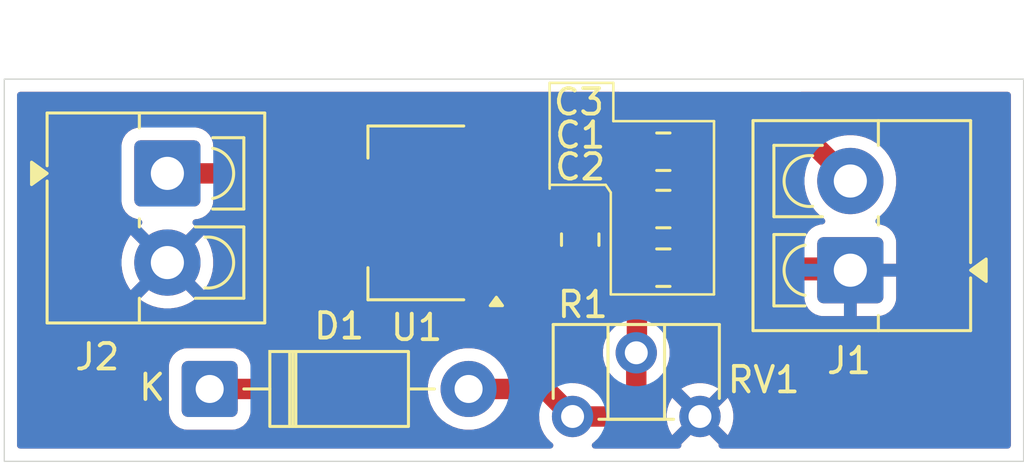
<source format=kicad_pcb>
(kicad_pcb (version 20241229) (generator "pcbnew") (generator_version "9.0")
  (layers (0 "F.Cu" signal) (2 "B.Cu" signal) (13 "F.Paste" user) (15 "B.Paste" user) (5 "F.SilkS" user "F.Silkscreen") (7 "B.SilkS" user "B.Silkscreen") (1 "F.Mask" user) (3 "B.Mask" user) (25 "Edge.Cuts" user))
  (net 0 "")
  (net 1 "GND")
  (net 2 "Net-(D1-A)")
  (net 3 "/OUT")
  (net 4 "/IN")
  (footprint "Potentiometer_THT:Potentiometer_ACP_CA6-H2,5_Horizontal" (layer "F.Cu") (at 164.9 116.54 90)
    (property "Reference" "RV1" (at 1.44 7.5 0) (layer "F.SilkS"))
    (property "Value" "5k")
    (fp_line (start 3.61 -0.76) (end 3.61 5.76) (stroke (width 0.12)) (layer "F.SilkS"))
    (fp_line (start 0.71 -0.76) (end 3.61 -0.76) (stroke (width 0.12)) (layer "F.SilkS"))
    (fp_line (start 3.61 1.39) (end 3.61 3.61) (stroke (width 0.12)) (layer "F.SilkS"))
    (fp_line (start -0.11 1.39) (end 3.61 1.39) (stroke (width 0.12)) (layer "F.SilkS"))
    (fp_line (start 3.61 3.61) (end -0.11 3.61) (stroke (width 0.12)) (layer "F.SilkS"))
    (fp_line (start -0.11 3.61) (end -0.11 1.39) (stroke (width 0.12)) (layer "F.SilkS"))
    (fp_line (start -0.11 3.966) (end -0.11 1.034) (stroke (width 0.12)) (layer "F.SilkS"))
    (fp_line (start 3.61 5.76) (end 0.71 5.76) (stroke (width 0.12)) (layer "F.SilkS"))
    (pad "1" thru_hole circle (at 0 0 90) (size 1.62 1.62) (drill 0.9) (layers "*.Cu" "*.Mask") (net 2 "Net-(D1-A)"))
    (pad "2" thru_hole circle (at 2.5 2.5 90) (size 1.62 1.62) (drill 0.9) (layers "*.Cu" "*.Mask") (net 2 "Net-(D1-A)"))
    (pad "3" thru_hole circle (at 0 5 90) (size 1.62 1.62) (drill 0.9) (layers "*.Cu" "*.Mask") (net 1 "GND"))
  )
  (footprint "Capacitor_SMD:C_0805_2012Metric_Pad1.18x1.45mm_HandSolder" (layer "F.Cu") (at 168.4625 110.7)
    (property "Reference" "C2" (at -3.2625 -3.95 0) (layer "F.SilkS"))
    (property "Value" "10uF")
    (fp_line (start -0.261252 -0.735) (end 0.261252 -0.735) (stroke (width 0.12)) (layer "F.SilkS"))
    (fp_line (start -0.261252 0.735) (end 0.261252 0.735) (stroke (width 0.12)) (layer "F.SilkS"))
    (pad "1" smd roundrect (at -1.0375 0) (size 1.175 1.45) (layers "F.Cu" "F.Mask" "F.Paste") (roundrect_rratio 0.212766) (net 2 "Net-(D1-A)"))
    (pad "2" smd roundrect (at 1.0375 0) (size 1.175 1.45) (layers "F.Cu" "F.Mask" "F.Paste") (roundrect_rratio 0.212766) (net 1 "GND"))
  )
  (footprint "TerminalBlock_4Ucon:TerminalBlock_4Ucon_1x02_P3.50mm_Vertical" (layer "F.Cu") (at 175.8 110.8 90)
    (property "Reference" "J1" (at -3.55 -0.05 180) (layer "F.SilkS"))
    (property "Value" "Screw_Terminal_01x02")
    (fp_line (start 5.87 -3.82) (end 5.87 4.72) (stroke (width 0.12)) (layer "F.SilkS"))
    (fp_line (start -2.37 -3.82) (end 5.87 -3.82) (stroke (width 0.12)) (layer "F.SilkS"))
    (fp_line (start 4.9 -3) (end 4.9 -1.099) (stroke (width 0.12)) (layer "F.SilkS"))
    (fp_line (start 2.1 -3) (end 4.9 -3) (stroke (width 0.12)) (layer "F.SilkS"))
    (fp_line (start 1.4 -3) (end 1.4 -1.78) (stroke (width 0.12)) (layer "F.SilkS"))
    (fp_line (start -1.4 -3) (end 1.4 -3) (stroke (width 0.12)) (layer "F.SilkS"))
    (fp_line (start -1.4 -1.78) (end -1.4 -3) (stroke (width 0.12)) (layer "F.SilkS"))
    (fp_line (start 2.1 -1.099) (end 2.1 -3) (stroke (width 0.12)) (layer "F.SilkS"))
    (fp_line (start 4.899 1.1) (end 5.87 1.1) (stroke (width 0.12)) (layer "F.SilkS"))
    (fp_line (start 1.78 1.1) (end 2.101 1.1) (stroke (width 0.12)) (layer "F.SilkS"))
    (fp_line (start -2.37 1.1) (end -1.78 1.1) (stroke (width 0.12)) (layer "F.SilkS"))
    (fp_line (start 5.87 4.72) (end 0.3 4.72) (stroke (width 0.12)) (layer "F.SilkS"))
    (fp_line (start -0.3 4.72) (end -2.37 4.72) (stroke (width 0.12)) (layer "F.SilkS"))
    (fp_line (start -2.37 4.72) (end -2.37 -3.82) (stroke (width 0.12)) (layer "F.SilkS"))
    (fp_arc (start -0.984 -1.78) (mid 0 -2.6) (end 0.984 -1.78) (stroke (width 0.12)) (layer "F.SilkS"))
    (fp_arc (start 2.508 -1.478) (mid 3.5 -2.6) (end 4.492 -1.478) (stroke (width 0.12)) (layer "F.SilkS"))
    (fp_poly (pts (xy 0 4.72) (xy 0.44 5.33) (xy -0.44 5.33)) (stroke (width 0.12)) (fill yes) (layer "F.SilkS"))
    (pad "1" thru_hole roundrect (at 0 0 90) (size 2.6 2.6) (drill 1.3) (layers "*.Cu" "*.Mask") (roundrect_rratio 0.096154) (net 1 "GND"))
    (pad "2" thru_hole circle (at 3.5 0 90) (size 2.6 2.6) (drill 1.3) (layers "*.Cu" "*.Mask") (net 4 "/IN"))
  )
  (footprint "Capacitor_SMD:C_0805_2012Metric_Pad1.18x1.45mm_HandSolder" (layer "F.Cu") (at 168.4625 106.15)
    (property "Reference" "C3" (at -3.3125 -1.95 0) (layer "F.SilkS"))
    (property "Value" "0.1uF")
    (fp_line (start -0.261252 -0.735) (end 0.261252 -0.735) (stroke (width 0.12)) (layer "F.SilkS"))
    (fp_line (start -0.261252 0.735) (end 0.261252 0.735) (stroke (width 0.12)) (layer "F.SilkS"))
    (pad "1" smd roundrect (at -1.0375 0) (size 1.175 1.45) (layers "F.Cu" "F.Mask" "F.Paste") (roundrect_rratio 0.212766) (net 4 "/IN"))
    (pad "2" smd roundrect (at 1.0375 0) (size 1.175 1.45) (layers "F.Cu" "F.Mask" "F.Paste") (roundrect_rratio 0.212766) (net 1 "GND"))
  )
  (footprint "Diode_THT:D_DO-41_SOD81_P10.16mm_Horizontal" (layer "F.Cu") (at 150.66 115.46)
    (property "Reference" "D1" (at 5.08 -2.47 0) (layer "F.SilkS"))
    (property "Value" "1N4002")
    (fp_line (start 1.34 0) (end 2.36 0) (stroke (width 0.12)) (layer "F.SilkS"))
    (fp_line (start 3.14 -1.47) (end 3.14 1.47) (stroke (width 0.12)) (layer "F.SilkS"))
    (fp_line (start 3.26 -1.47) (end 3.26 1.47) (stroke (width 0.12)) (layer "F.SilkS"))
    (fp_line (start 3.38 -1.47) (end 3.38 1.47) (stroke (width 0.12)) (layer "F.SilkS"))
    (fp_line (start 8.82 0) (end 7.8 0) (stroke (width 0.12)) (layer "F.SilkS"))
    (fp_rect (start 2.36 -1.47) (end 7.8 1.47) (stroke (width 0.12)) (fill no) (layer "F.SilkS"))
    (fp_text user "K" (at -2.26 -0.06 0) (layer "F.SilkS"))
    (pad "1" thru_hole roundrect (at 0 0) (size 2.2 2.2) (drill 1.1) (layers "*.Cu" "*.Mask") (roundrect_rratio 0.113636) (net 3 "/OUT"))
    (pad "2" thru_hole circle (at 10.16 0) (size 2.2 2.2) (drill 1.1) (layers "*.Cu" "*.Mask") (net 2 "Net-(D1-A)"))
  )
  (footprint "Resistor_SMD:R_0805_2012Metric_Pad1.20x1.40mm_HandSolder" (layer "F.Cu") (at 165.2 109.6 -90)
    (property "Reference" "R1" (at 2.55 -0.1 180) (layer "F.SilkS"))
    (property "Value" "240")
    (fp_line (start -0.227064 0.735) (end 0.227064 0.735) (stroke (width 0.12)) (layer "F.SilkS"))
    (fp_line (start -0.227064 -0.735) (end 0.227064 -0.735) (stroke (width 0.12)) (layer "F.SilkS"))
    (pad "1" smd roundrect (at -1 0 270) (size 1.2 1.4) (layers "F.Cu" "F.Mask" "F.Paste") (roundrect_rratio 0.208333) (net 3 "/OUT"))
    (pad "2" smd roundrect (at 1 0 270) (size 1.2 1.4) (layers "F.Cu" "F.Mask" "F.Paste") (roundrect_rratio 0.208333) (net 2 "Net-(D1-A)"))
  )
  (footprint "Capacitor_SMD:C_0805_2012Metric_Pad1.18x1.45mm_HandSolder" (layer "F.Cu") (at 168.4625 108.4)
    (property "Reference" "C1" (at -3.2625 -2.9 0) (layer "F.SilkS"))
    (property "Value" "1uF")
    (fp_line (start -0.261252 -0.735) (end 0.261252 -0.735) (stroke (width 0.12)) (layer "F.SilkS"))
    (fp_line (start -0.261252 0.735) (end 0.261252 0.735) (stroke (width 0.12)) (layer "F.SilkS"))
    (pad "1" smd roundrect (at -1.0375 0) (size 1.175 1.45) (layers "F.Cu" "F.Mask" "F.Paste") (roundrect_rratio 0.212766) (net 3 "/OUT"))
    (pad "2" smd roundrect (at 1.0375 0) (size 1.175 1.45) (layers "F.Cu" "F.Mask" "F.Paste") (roundrect_rratio 0.212766) (net 1 "GND"))
  )
  (footprint "Package_TO_SOT_SMD:SOT-223-3_TabPin2" (layer "F.Cu") (at 158.78 108.55 180)
    (property "Reference" "U1" (at 0 -4.5 0) (layer "F.SilkS"))
    (property "Value" "LM317_SOT-223")
    (fp_line (start 1.91 3.41) (end 1.91 2.15) (stroke (width 0.12)) (layer "F.SilkS"))
    (fp_line (start 1.91 -3.41) (end 1.91 -2.15) (stroke (width 0.12)) (layer "F.SilkS"))
    (fp_line (start -1.85 3.41) (end 1.91 3.41) (stroke (width 0.12)) (layer "F.SilkS"))
    (fp_line (start -1.85 -3.41) (end 1.91 -3.41) (stroke (width 0.12)) (layer "F.SilkS"))
    (fp_poly (pts (xy -3.13 -3.31) (xy -3.37 -3.64) (xy -2.89 -3.64) (xy -3.13 -3.31)) (stroke (width 0.12)) (fill yes) (layer "F.SilkS"))
    (pad "1" smd roundrect (at -3.15 -2.3 180) (size 2 1.5) (layers "F.Cu" "F.Mask" "F.Paste") (net 2 "Net-(D1-A)"))
    (pad "2" smd roundrect (at -3.15 0 180) (size 2 1.5) (layers "F.Cu" "F.Mask" "F.Paste") (net 3 "/OUT"))
    (pad "2" smd roundrect (at 3.15 0 180) (size 2 3.8) (layers "F.Cu" "F.Mask" "F.Paste") (net 3 "/OUT"))
    (pad "3" smd roundrect (at -3.15 2.3 180) (size 2 1.5) (layers "F.Cu" "F.Mask" "F.Paste") (net 4 "/IN"))
  )
  (footprint "TerminalBlock_4Ucon:TerminalBlock_4Ucon_1x02_P3.50mm_Vertical" (layer "F.Cu") (at 149 107 -90)
    (property "Reference" "J2" (at 7.2 2.75 0) (layer "F.SilkS"))
    (property "Value" "Screw_Terminal_01x02")
    (fp_line (start -2.37 4.72) (end -2.37 -3.82) (stroke (width 0.12)) (layer "F.SilkS"))
    (fp_line (start -0.3 4.72) (end -2.37 4.72) (stroke (width 0.12)) (layer "F.SilkS"))
    (fp_line (start 5.87 4.72) (end 0.3 4.72) (stroke (width 0.12)) (layer "F.SilkS"))
    (fp_line (start -2.37 1.1) (end -1.78 1.1) (stroke (width 0.12)) (layer "F.SilkS"))
    (fp_line (start 1.78 1.1) (end 2.101 1.1) (stroke (width 0.12)) (layer "F.SilkS"))
    (fp_line (start 4.899 1.1) (end 5.87 1.1) (stroke (width 0.12)) (layer "F.SilkS"))
    (fp_line (start 2.1 -1.099) (end 2.1 -3) (stroke (width 0.12)) (layer "F.SilkS"))
    (fp_line (start -1.4 -1.78) (end -1.4 -3) (stroke (width 0.12)) (layer "F.SilkS"))
    (fp_line (start -1.4 -3) (end 1.4 -3) (stroke (width 0.12)) (layer "F.SilkS"))
    (fp_line (start 1.4 -3) (end 1.4 -1.78) (stroke (width 0.12)) (layer "F.SilkS"))
    (fp_line (start 2.1 -3) (end 4.9 -3) (stroke (width 0.12)) (layer "F.SilkS"))
    (fp_line (start 4.9 -3) (end 4.9 -1.099) (stroke (width 0.12)) (layer "F.SilkS"))
    (fp_line (start -2.37 -3.82) (end 5.87 -3.82) (stroke (width 0.12)) (layer "F.SilkS"))
    (fp_line (start 5.87 -3.82) (end 5.87 4.72) (stroke (width 0.12)) (layer "F.SilkS"))
    (fp_arc (start 2.508 -1.478) (mid 3.5 -2.6) (end 4.492 -1.478) (stroke (width 0.12)) (layer "F.SilkS"))
    (fp_arc (start -0.984 -1.78) (mid 0 -2.6) (end 0.984 -1.78) (stroke (width 0.12)) (layer "F.SilkS"))
    (fp_poly (pts (xy 0 4.72) (xy 0.44 5.33) (xy -0.44 5.33)) (stroke (width 0.12)) (fill yes) (layer "F.SilkS"))
    (pad "1" thru_hole roundrect (at 0 0 270) (size 2.6 2.6) (drill 1.3) (layers "*.Cu" "*.Mask") (roundrect_rratio 0.096154) (net 3 "/OUT"))
    (pad "2" thru_hole circle (at 3.5 0 270) (size 2.6 2.6) (drill 1.3) (layers "*.Cu" "*.Mask") (net 1 "GND"))
  )
  (gr_line (start 164 103.45) (end 164 107.6) (stroke (width 0.1)) (layer "F.SilkS"))
  (gr_line (start 166.2 107.45) (end 166.4 107.75) (stroke (width 0.1)) (layer "F.SilkS"))
  (gr_line (start 166.4 107.75) (end 166.4 111.75) (stroke (width 0.1)) (layer "F.SilkS"))
  (gr_line (start 164 107.45) (end 166.2 107.45) (stroke (width 0.1)) (layer "F.SilkS"))
  (gr_line (start 170.45 111.75) (end 170.45 104.95) (stroke (width 0.1)) (layer "F.SilkS"))
  (gr_line (start 170.45 104.95) (end 166.5 104.95) (stroke (width 0.1)) (layer "F.SilkS"))
  (gr_line (start 166.5 104.95) (end 166.5 103.45) (stroke (width 0.1)) (layer "F.SilkS"))
  (gr_line (start 166.4 111.75) (end 170.45 111.75) (stroke (width 0.1)) (layer "F.SilkS"))
  (gr_line (start 166.5 103.45) (end 164 103.45) (stroke (width 0.1)) (layer "F.SilkS"))
  (gr_rect (start 142.6 103.3) (end 182.6 118.3) (stroke (width 0.05)) (fill no) (layer "Edge.Cuts"))
  (segment (start 175.7 110.7) (end 175.8 110.8) (width 0.8) (layer "F.Cu") (net 1))
  (segment (start 169.5 106.15) (end 171.45 106.15) (width 0.8) (layer "F.Cu") (net 1))
  (segment (start 172.35 107.05) (end 172.35 109.75) (width 0.8) (layer "F.Cu") (net 1))
  (segment (start 171.45 106.15) (end 172.35 107.05) (width 0.8) (layer "F.Cu") (net 1))
  (segment (start 169.5 108.4) (end 171 108.4) (width 0.8) (layer "F.Cu") (net 1))
  (segment (start 173.4 110.8) (end 175.8 110.8) (width 0.8) (layer "F.Cu") (net 1))
  (segment (start 171 108.4) (end 172.35 109.75) (width 0.8) (layer "F.Cu") (net 1))
  (segment (start 169.5 110.7) (end 175.7 110.7) (width 0.8) (layer "F.Cu") (net 1))
  (segment (start 172.35 109.75) (end 173.4 110.8) (width 0.8) (layer "F.Cu") (net 1))
  (segment (start 166.86 116.54) (end 167.4 116) (width 0.8) (layer "F.Cu") (net 2))
  (segment (start 167.425 114.015) (end 167.4 114.04) (width 0.8) (layer "F.Cu") (net 2))
  (segment (start 167.425 110.7) (end 167.425 114.015) (width 0.8) (layer "F.Cu") (net 2))
  (segment (start 167.425 110.7) (end 165.3 110.7) (width 0.8) (layer "F.Cu") (net 2))
  (segment (start 165.3 110.7) (end 165.2 110.6) (width 0.8) (layer "F.Cu") (net 2))
  (segment (start 163.45 110.85) (end 163.7 110.6) (width 0.8) (layer "F.Cu") (net 2))
  (segment (start 167.4 114.04) (end 167.4 116) (width 0.8) (layer "F.Cu") (net 2))
  (segment (start 164.9 116.54) (end 166.86 116.54) (width 0.8) (layer "F.Cu") (net 2))
  (segment (start 163.82 115.46) (end 164.9 116.54) (width 0.8) (layer "F.Cu") (net 2))
  (segment (start 163.7 110.6) (end 165.2 110.6) (width 0.8) (layer "F.Cu") (net 2))
  (segment (start 161.93 110.85) (end 163.45 110.85) (width 0.8) (layer "F.Cu") (net 2))
  (segment (start 160.82 115.46) (end 163.82 115.46) (width 0.8) (layer "F.Cu") (net 2))
  (segment (start 161.93 108.55) (end 167.275 108.55) (width 0.8) (layer "F.Cu") (net 3))
  (segment (start 165.15 108.55) (end 165.2 108.6) (width 0.8) (layer "F.Cu") (net 3))
  (segment (start 161.93 108.55) (end 165.15 108.55) (width 0.8) (layer "F.Cu") (net 3))
  (segment (start 150.66 115.46) (end 154.34 115.46) (width 0.8) (layer "F.Cu") (net 3))
  (segment (start 149 107) (end 154.08 107) (width 0.8) (layer "F.Cu") (net 3))
  (segment (start 155.63 108.55) (end 161.93 108.55) (width 0.8) (layer "F.Cu") (net 3))
  (segment (start 167.275 108.55) (end 167.425 108.4) (width 0.8) (layer "F.Cu") (net 3))
  (segment (start 155.63 114.17) (end 154.34 115.46) (width 0.8) (layer "F.Cu") (net 3))
  (segment (start 155.63 108.55) (end 155.63 114.17) (width 0.8) (layer "F.Cu") (net 3))
  (segment (start 154.08 107) (end 155.63 108.55) (width 0.8) (layer "F.Cu") (net 3))
  (segment (start 161.93 106.25) (end 167.325 106.25) (width 0.8) (layer "F.Cu") (net 4))
  (segment (start 172.9 104.4) (end 167.7 104.4) (width 0.8) (layer "F.Cu") (net 4))
  (segment (start 167.325 106.25) (end 167.425 106.15) (width 0.8) (layer "F.Cu") (net 4))
  (segment (start 175.8 107.3) (end 172.9 104.4) (width 0.8) (layer "F.Cu") (net 4))
  (segment (start 167.7 104.4) (end 167.425 104.675) (width 0.8) (layer "F.Cu") (net 4))
  (segment (start 167.425 104.675) (end 167.425 106.15) (width 0.8) (layer "F.Cu") (net 4))
  (zone (net 1) (net_name "GND") (layers "F.Cu" "B.Cu") (connect_pads (clearance 0.5)) (min_thickness 0.25) (fill yes (thermal_gap 0.5) (thermal_bridge_width 0.5))
    (polygon (pts (xy 182.6 103.3) (xy 182.6 118.3) (xy 142.6 118.3) (xy 142.6 103.3)))
  )
)
</source>
